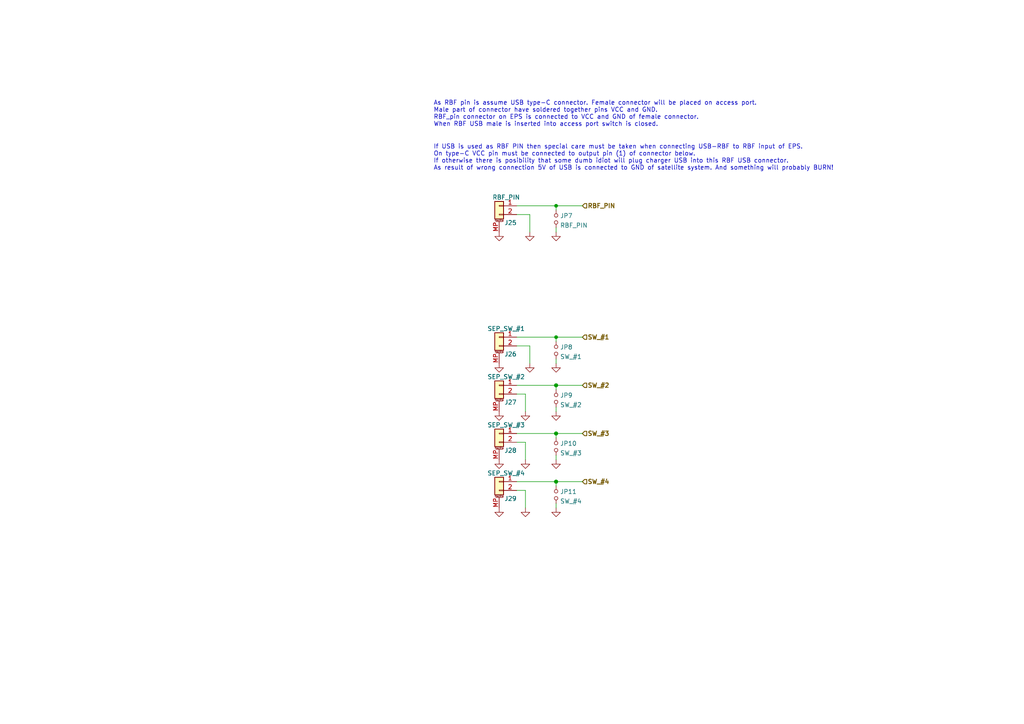
<source format=kicad_sch>
(kicad_sch (version 20210621) (generator eeschema)
  (paper "A4")
  (title_block (title "BUTCube - EPS") (date "2021-06-01") (rev "v1.0") (company "VUT - FIT(STRaDe) & FME(IAE & IPE)") (comment 1 "Author: Petr Malaník"))
  (lib_symbols
    (symbol "Connector_Generic_MountingPin:Conn_01x02_MountingPin" (pin_names (offset 1.016) hide)
      (property "Reference" "J" (at 0 2.54 0))
      (property "Value" "Conn_01x02_MountingPin" (at 1.27 -5.08 0))
      (symbol "Conn_01x02_MountingPin_1_1"
        (text "Mounting" (at 0 -4.191 0) (effects (font (size 0.381 0.381))))
        (rectangle (start -1.27 -2.413) (end 0 -2.667) (stroke (width 0.1524)))
        (rectangle (start -1.27 0.127) (end 0 -0.127) (stroke (width 0.1524)))
        (rectangle (start -1.27 1.27) (end 1.27 -3.81) (stroke (width 0.254)) (fill (type background)))
        (polyline (pts (xy -1.016 -4.572) (xy 1.016 -4.572)) (stroke (width 0.1524)))
        (pin passive line (at -5.08 0 0) (length 3.81) (name "Pin_1") (number "1"))
        (pin passive line (at -5.08 -2.54 0) (length 3.81) (name "Pin_2") (number "2"))
        (pin passive line (at 0 -7.62 90) (length 3.048) (name "MountPin") (number "MP"))
      )
    )
    (symbol "Device:Jumper_NO_Small" (pin_numbers hide) (pin_names (offset 0.762) hide)
      (property "Reference" "JP" (at 0 2.032 0))
      (property "Value" "Jumper_NO_Small" (at 0.254 -1.524 0))
      (symbol "Jumper_NO_Small_0_1"
        (circle (center -1.016 0) (radius 0.508))
        (circle (center 1.016 0) (radius 0.508))
        (pin passive line (at -2.54 0 0) (length 1.016) (name "1") (number "1"))
        (pin passive line (at 2.54 0 180) (length 1.016) (name "2") (number "2"))
      )
    )
    (symbol "power:GND" (power) (pin_names (offset 0))
      (property "Value" "GND" (at 0 -3.81 0))
      (symbol "GND_0_1"
        (polyline (pts (xy 0 0) (xy 0 -1.27) (xy 1.27 -1.27) (xy 0 -2.54) (xy -1.27 -1.27) (xy 0 -1.27)))
      )
      (symbol "GND_1_1"
        (pin power_in line (at 0 0 270) (length 0) hide (name "GND") (number "1"))
      )
    )
  )
  (junction (at 161.29 59.69) (diameter 0.9144))
  (junction (at 161.29 97.79) (diameter 0.9144))
  (junction (at 161.29 111.76) (diameter 1.016))
  (junction (at 161.29 125.73) (diameter 1.016))
  (junction (at 161.29 139.7) (diameter 1.016))
  (wire (pts (xy 149.86 59.69) (xy 161.29 59.69)))
  (wire (pts (xy 149.86 62.23) (xy 153.67 62.23)))
  (wire (pts (xy 149.86 97.79) (xy 161.29 97.79)))
  (wire (pts (xy 149.86 100.33) (xy 153.67 100.33)))
  (wire (pts (xy 149.86 111.76) (xy 161.29 111.76)))
  (wire (pts (xy 149.86 114.3) (xy 152.4 114.3)))
  (wire (pts (xy 149.86 125.73) (xy 161.29 125.73)))
  (wire (pts (xy 149.86 128.27) (xy 152.4 128.27)))
  (wire (pts (xy 149.86 139.7) (xy 161.29 139.7)))
  (wire (pts (xy 149.86 142.24) (xy 152.4 142.24)))
  (wire (pts (xy 152.4 114.3) (xy 152.4 119.38)))
  (wire (pts (xy 152.4 128.27) (xy 152.4 133.35)))
  (wire (pts (xy 152.4 142.24) (xy 152.4 147.32)))
  (wire (pts (xy 153.67 62.23) (xy 153.67 67.31)))
  (wire (pts (xy 153.67 100.33) (xy 153.67 105.41)))
  (wire (pts (xy 161.29 59.69) (xy 161.29 60.96)))
  (wire (pts (xy 161.29 59.69) (xy 168.91 59.69)))
  (wire (pts (xy 161.29 66.04) (xy 161.29 67.31)))
  (wire (pts (xy 161.29 97.79) (xy 161.29 99.06)))
  (wire (pts (xy 161.29 97.79) (xy 168.91 97.79)))
  (wire (pts (xy 161.29 104.14) (xy 161.29 105.41)))
  (wire (pts (xy 161.29 111.76) (xy 161.29 113.03)))
  (wire (pts (xy 161.29 111.76) (xy 168.91 111.76)))
  (wire (pts (xy 161.29 118.11) (xy 161.29 119.38)))
  (wire (pts (xy 161.29 125.73) (xy 161.29 127)))
  (wire (pts (xy 161.29 125.73) (xy 168.91 125.73)))
  (wire (pts (xy 161.29 132.08) (xy 161.29 133.35)))
  (wire (pts (xy 161.29 139.7) (xy 161.29 140.97)))
  (wire (pts (xy 161.29 139.7) (xy 168.91 139.7)))
  (wire (pts (xy 161.29 146.05) (xy 161.29 147.32)))
  (text "As RBF pin is assume USB type-C connector. Female connector will be placed on access port.\nMale part of connector have soldered together pins VCC and GND.\nRBF_pin connector on EPS is connected to VCC and GND of female connector.\nWhen RBF USB male is inserted into access port switch is closed." (at 125.73 36.83 0) (effects (font (size 1.27 1.27)) (justify left bottom)))
  (text "If USB is used as RBF PIN then special care must be taken when connecting USB-RBF to RBF input of EPS.\nOn type-C VCC pin must be connected to output pin (1) of connector below.\nIf otherwise there is posibility that some dumb idiot will plug charger USB into this RBF USB connector.\nAs result of wrong connection 5V of USB is connected to GND of satellite system. And something will probably BURN!\n" (at 125.73 49.53 0) (effects (font (size 1.27 1.27)) (justify left bottom)))
  (hierarchical_label "RBF_PIN" (shape input) (at 168.91 59.69 0) (effects (font (thickness 0.254))))
  (hierarchical_label "SW_#1" (shape input) (at 168.91 97.79 0) (effects (font (thickness 0.254))))
  (hierarchical_label "SW_#2" (shape input) (at 168.91 111.76 0) (effects (font (thickness 0.254))))
  (hierarchical_label "SW_#3" (shape input) (at 168.91 125.73 0) (effects (font (thickness 0.254))))
  (hierarchical_label "SW_#4" (shape input) (at 168.91 139.7 0) (effects (font (thickness 0.254))))
  (symbol (lib_id "Device:Jumper_NO_Small") (at 161.29 63.5 90) (unit 1)
    (property "Reference" "JP7" (at 162.4331 62.5915 90) (effects (justify right)))
    (property "Value" "RBF_PIN" (at 162.4331 65.3666 90) (effects (justify right)))
    (property "Footprint" "Connector_PinHeader_2.54mm:PinHeader_1x02_P2.54mm_Vertical" (effects hide))
  )
  (symbol (lib_id "Device:Jumper_NO_Small") (at 161.29 101.6 90) (unit 1)
    (property "Reference" "JP8" (at 162.4331 100.6915 90) (effects (justify right)))
    (property "Value" "SW_#1" (at 162.4331 103.4666 90) (effects (justify right)))
    (property "Footprint" "Connector_PinHeader_2.54mm:PinHeader_1x02_P2.54mm_Vertical" (effects hide))
  )
  (symbol (lib_id "Device:Jumper_NO_Small") (at 161.29 115.57 90) (unit 1)
    (property "Reference" "JP9" (at 162.4331 114.6615 90) (effects (justify right)))
    (property "Value" "SW_#2" (at 162.4331 117.4366 90) (effects (justify right)))
    (property "Footprint" "Connector_PinHeader_2.54mm:PinHeader_1x02_P2.54mm_Vertical" (effects hide))
  )
  (symbol (lib_id "Device:Jumper_NO_Small") (at 161.29 129.54 90) (unit 1)
    (property "Reference" "JP10" (at 162.4331 128.6315 90) (effects (justify right)))
    (property "Value" "SW_#3" (at 162.4331 131.4066 90) (effects (justify right)))
    (property "Footprint" "Connector_PinHeader_2.54mm:PinHeader_1x02_P2.54mm_Vertical" (effects hide))
  )
  (symbol (lib_id "Device:Jumper_NO_Small") (at 161.29 143.51 90) (unit 1)
    (property "Reference" "JP11" (at 162.4331 142.6015 90) (effects (justify right)))
    (property "Value" "SW_#4" (at 162.4331 145.3766 90) (effects (justify right)))
    (property "Footprint" "Connector_PinHeader_2.54mm:PinHeader_1x02_P2.54mm_Vertical" (effects hide))
  )
  (symbol (lib_id "power:GND") (at 144.78 67.31 0) (unit 1)
    (property "Reference" "#PWR0283" (effects hide))
    (property "Value" "GND" (effects hide))
  )
  (symbol (lib_id "power:GND") (at 144.78 105.41 0) (unit 1)
    (property "Reference" "#PWR0284" (effects hide))
    (property "Value" "GND" (effects hide))
  )
  (symbol (lib_id "power:GND") (at 144.78 119.38 0) (unit 1)
    (property "Reference" "#PWR0285" (effects hide))
    (property "Value" "GND" (effects hide))
  )
  (symbol (lib_id "power:GND") (at 144.78 133.35 0) (unit 1)
    (property "Reference" "#PWR0286" (effects hide))
    (property "Value" "GND" (effects hide))
  )
  (symbol (lib_id "power:GND") (at 144.78 147.32 0) (unit 1)
    (property "Reference" "#PWR0287" (effects hide))
    (property "Value" "GND" (effects hide))
  )
  (symbol (lib_id "power:GND") (at 152.4 119.38 0) (unit 1)
    (property "Reference" "#PWR0288" (effects hide))
    (property "Value" "GND" (effects hide))
  )
  (symbol (lib_id "power:GND") (at 152.4 133.35 0) (unit 1)
    (property "Reference" "#PWR0289" (effects hide))
    (property "Value" "GND" (effects hide))
  )
  (symbol (lib_id "power:GND") (at 152.4 147.32 0) (unit 1)
    (property "Reference" "#PWR0290" (effects hide))
    (property "Value" "GND" (effects hide))
  )
  (symbol (lib_id "power:GND") (at 153.67 67.31 0) (unit 1)
    (property "Reference" "#PWR0291" (effects hide))
    (property "Value" "GND" (effects hide))
  )
  (symbol (lib_id "power:GND") (at 153.67 105.41 0) (unit 1)
    (property "Reference" "#PWR0292" (effects hide))
    (property "Value" "GND" (effects hide))
  )
  (symbol (lib_id "power:GND") (at 161.29 67.31 0) (unit 1)
    (property "Reference" "#PWR0293" (effects hide))
    (property "Value" "GND" (effects hide))
  )
  (symbol (lib_id "power:GND") (at 161.29 105.41 0) (unit 1)
    (property "Reference" "#PWR0294" (effects hide))
    (property "Value" "GND" (effects hide))
  )
  (symbol (lib_id "power:GND") (at 161.29 119.38 0) (unit 1)
    (property "Reference" "#PWR0295" (effects hide))
    (property "Value" "GND" (effects hide))
  )
  (symbol (lib_id "power:GND") (at 161.29 133.35 0) (unit 1)
    (property "Reference" "#PWR0296" (effects hide))
    (property "Value" "GND" (effects hide))
  )
  (symbol (lib_id "power:GND") (at 161.29 147.32 0) (unit 1)
    (property "Reference" "#PWR0297" (effects hide))
    (property "Value" "GND" (effects hide))
  )
  (symbol (lib_id "Connector_Generic_MountingPin:Conn_01x02_MountingPin") (at 144.78 59.69 0) (mirror y) (unit 1)
    (property "Reference" "J25" (at 148.082 64.6134 0))
    (property "Value" "RBF_PIN" (at 146.812 57.2285 0))
    (property "Footprint" "TCY_connectors:Amphenol_10114830-11102LF_1x02_P1.25mm_Horizontal" (effects hide))
  )
  (symbol (lib_id "Connector_Generic_MountingPin:Conn_01x02_MountingPin") (at 144.78 97.79 0) (mirror y) (unit 1)
    (property "Reference" "J26" (at 148.082 102.7134 0))
    (property "Value" "SEP_SW_#1" (at 146.812 95.3285 0))
    (property "Footprint" "TCY_connectors:Amphenol_10114830-11102LF_1x02_P1.25mm_Horizontal" (effects hide))
  )
  (symbol (lib_id "Connector_Generic_MountingPin:Conn_01x02_MountingPin") (at 144.78 111.76 0) (mirror y) (unit 1)
    (property "Reference" "J27" (at 148.082 116.6834 0))
    (property "Value" "SEP_SW_#2" (at 146.812 109.2985 0))
    (property "Footprint" "TCY_connectors:Amphenol_10114830-11102LF_1x02_P1.25mm_Horizontal" (effects hide))
  )
  (symbol (lib_id "Connector_Generic_MountingPin:Conn_01x02_MountingPin") (at 144.78 125.73 0) (mirror y) (unit 1)
    (property "Reference" "J28" (at 148.082 130.6534 0))
    (property "Value" "SEP_SW_#3" (at 146.812 123.2685 0))
    (property "Footprint" "TCY_connectors:Amphenol_10114830-11102LF_1x02_P1.25mm_Horizontal" (effects hide))
  )
  (symbol (lib_id "Connector_Generic_MountingPin:Conn_01x02_MountingPin") (at 144.78 139.7 0) (mirror y) (unit 1)
    (property "Reference" "J29" (at 148.082 144.6234 0))
    (property "Value" "SEP_SW_#4" (at 146.812 137.2385 0))
    (property "Footprint" "TCY_connectors:Amphenol_10114830-11102LF_1x02_P1.25mm_Horizontal" (effects hide))
  )
)
</source>
